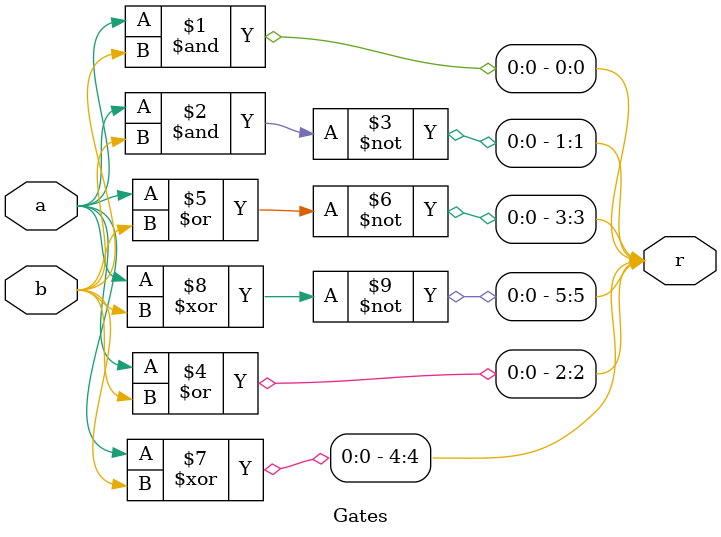
<source format=v>
`timescale 1ns / 1ps
module Gates(
	input a,
	input b,
	output [5:0] r
    );
	 
 assign r[0] = a & b;
 assign r[1] = ~(a & b);
 assign r[2] = a | b;
 assign r[3] = ~(a | b);
 assign r[4] = a ^ b;
 assign r[5] = ~(a ^ b);

endmodule

</source>
